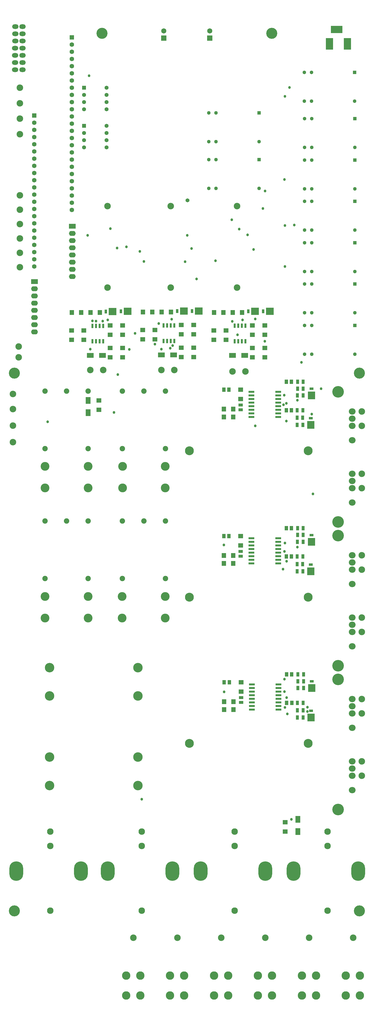
<source format=gbs>
G04*
G04 #@! TF.GenerationSoftware,Altium Limited,Altium Designer,24.4.1 (13)*
G04*
G04 Layer_Color=16711935*
%FSLAX25Y25*%
%MOIN*%
G70*
G04*
G04 #@! TF.SameCoordinates,D6D0C77B-36A0-4D54-9E24-613302BCF265*
G04*
G04*
G04 #@! TF.FilePolarity,Negative*
G04*
G01*
G75*
%ADD34R,0.09252X0.06890*%
%ADD35R,0.06894X0.06394*%
%ADD36R,0.06394X0.06894*%
%ADD37R,0.04921X0.06102*%
%ADD38R,0.03394X0.05394*%
%ADD39R,0.10827X0.10394*%
%ADD42R,0.06181X0.04213*%
%ADD45R,0.02953X0.06398*%
%ADD52C,0.07480*%
%ADD53O,0.19291X0.27165*%
%ADD54C,0.09055*%
%ADD55C,0.12394*%
%ADD56O,0.09394X0.08694*%
%ADD57C,0.16142*%
%ADD58C,0.12205*%
%ADD59R,0.16394X0.10394*%
%ADD60R,0.10394X0.16394*%
%ADD61C,0.07185*%
%ADD62R,0.07185X0.07185*%
%ADD63R,0.05118X0.05118*%
%ADD64C,0.05118*%
%ADD65R,0.05642X0.05642*%
%ADD66C,0.05642*%
%ADD67C,0.11694*%
%ADD68C,0.09094*%
%ADD69C,0.15354*%
%ADD70O,0.08994X0.06394*%
%ADD71C,0.06299*%
%ADD72R,0.06299X0.06299*%
%ADD73C,0.13194*%
%ADD74O,0.09394X0.06894*%
%ADD75R,0.09394X0.06894*%
%ADD76C,0.03794*%
%ADD77C,0.05394*%
%ADD116R,0.06890X0.09252*%
%ADD117R,0.04134X0.06102*%
%ADD118R,0.05394X0.03394*%
%ADD119R,0.10394X0.10827*%
%ADD120R,0.08071X0.02953*%
D34*
X630965Y1300763D02*
D03*
X614035D02*
D03*
X531964Y1300263D02*
D03*
X515035D02*
D03*
X729964D02*
D03*
X713035D02*
D03*
D35*
X724500Y1239500D02*
D03*
Y1252500D02*
D03*
Y1049000D02*
D03*
Y1036000D02*
D03*
X725000Y832500D02*
D03*
Y845500D02*
D03*
X489100Y1322000D02*
D03*
Y1335000D02*
D03*
X542600Y1310500D02*
D03*
Y1297500D02*
D03*
Y1329000D02*
D03*
Y1342000D02*
D03*
X560100Y1329000D02*
D03*
Y1342000D02*
D03*
Y1310500D02*
D03*
Y1297500D02*
D03*
X506100Y1335000D02*
D03*
Y1322000D02*
D03*
X588100Y1335500D02*
D03*
Y1322500D02*
D03*
X641600Y1298000D02*
D03*
Y1311000D02*
D03*
Y1342500D02*
D03*
Y1329500D02*
D03*
X658900D02*
D03*
Y1342500D02*
D03*
X659100Y1298000D02*
D03*
Y1311000D02*
D03*
X605100Y1322500D02*
D03*
Y1335500D02*
D03*
X687100Y1322000D02*
D03*
Y1335000D02*
D03*
X740600Y1310500D02*
D03*
Y1297500D02*
D03*
Y1329000D02*
D03*
Y1342000D02*
D03*
X758100Y1329000D02*
D03*
Y1342000D02*
D03*
Y1310500D02*
D03*
Y1297500D02*
D03*
X704100Y1335000D02*
D03*
Y1322000D02*
D03*
X527000Y1237500D02*
D03*
Y1224500D02*
D03*
X786500Y651000D02*
D03*
Y638000D02*
D03*
D36*
X701000Y1214500D02*
D03*
X714000D02*
D03*
Y1225500D02*
D03*
X701000D02*
D03*
X714000Y1011000D02*
D03*
X701000D02*
D03*
Y1022000D02*
D03*
X714000D02*
D03*
X701500Y807500D02*
D03*
X714500D02*
D03*
Y818500D02*
D03*
X701500D02*
D03*
X489500Y1360000D02*
D03*
X502500D02*
D03*
X515500D02*
D03*
X528500D02*
D03*
X601500Y1360500D02*
D03*
X588500D02*
D03*
X627500D02*
D03*
X614500D02*
D03*
X687500Y1360000D02*
D03*
X700500D02*
D03*
X713500D02*
D03*
X726500D02*
D03*
D37*
X701000Y1252500D02*
D03*
X708087D02*
D03*
X795000Y1263500D02*
D03*
X787913D02*
D03*
X795043Y1224000D02*
D03*
X787957D02*
D03*
X795543Y817000D02*
D03*
X788457D02*
D03*
X701500Y845500D02*
D03*
X708587D02*
D03*
X795500Y856500D02*
D03*
X788413D02*
D03*
X795000Y1060000D02*
D03*
X787913D02*
D03*
X701000Y1049000D02*
D03*
X708087D02*
D03*
X795043Y1020500D02*
D03*
X787957D02*
D03*
D38*
X755860Y1361500D02*
D03*
X557860D02*
D03*
X656860Y1362000D02*
D03*
X635998D02*
D03*
X734998Y1361500D02*
D03*
X536860Y1361240D02*
D03*
D39*
X765116Y1361500D02*
D03*
X567116D02*
D03*
X666116Y1362000D02*
D03*
X645254D02*
D03*
X744254Y1361500D02*
D03*
X546116Y1361240D02*
D03*
D42*
X724500Y1231035D02*
D03*
Y1224500D02*
D03*
X725000Y824035D02*
D03*
Y817500D02*
D03*
X724500Y1027535D02*
D03*
Y1021000D02*
D03*
D45*
X617000Y1341677D02*
D03*
X622000D02*
D03*
X627000D02*
D03*
X632000D02*
D03*
Y1320323D02*
D03*
X627000D02*
D03*
X622000D02*
D03*
X617000D02*
D03*
X716000Y1341354D02*
D03*
X721000D02*
D03*
X726000D02*
D03*
X731000D02*
D03*
Y1320000D02*
D03*
X726000D02*
D03*
X721000D02*
D03*
X716000D02*
D03*
X518000Y1341177D02*
D03*
X523000D02*
D03*
X528000D02*
D03*
X533000D02*
D03*
Y1319823D02*
D03*
X528000D02*
D03*
X523000D02*
D03*
X518000D02*
D03*
D52*
X619669Y1170500D02*
D03*
Y1250500D02*
D03*
X589669D02*
D03*
X559669D02*
D03*
Y1170500D02*
D03*
X619669Y990000D02*
D03*
Y1070000D02*
D03*
X589669D02*
D03*
X559669D02*
D03*
Y990000D02*
D03*
X512000D02*
D03*
Y1070000D02*
D03*
X482000D02*
D03*
X452000D02*
D03*
Y990000D02*
D03*
X512000Y1170500D02*
D03*
Y1250500D02*
D03*
X482000D02*
D03*
X452000D02*
D03*
Y1170500D02*
D03*
D53*
X412000Y583000D02*
D03*
X502000D02*
D03*
X668673D02*
D03*
X758673D02*
D03*
X539346D02*
D03*
X629346D02*
D03*
X888000D02*
D03*
X798000D02*
D03*
D54*
X459480Y528000D02*
D03*
Y638000D02*
D03*
Y618000D02*
D03*
X716154Y528000D02*
D03*
Y638000D02*
D03*
Y618000D02*
D03*
X586827Y528000D02*
D03*
Y638000D02*
D03*
Y618000D02*
D03*
X845480D02*
D03*
Y638000D02*
D03*
Y528000D02*
D03*
D55*
X818500Y964000D02*
D03*
X653146D02*
D03*
X818500Y1167500D02*
D03*
X653146D02*
D03*
X818500Y760500D02*
D03*
X653146D02*
D03*
D56*
X879748Y1212193D02*
D03*
Y1222193D02*
D03*
Y1182193D02*
D03*
Y1202193D02*
D03*
Y1125657D02*
D03*
Y1135658D02*
D03*
Y1095658D02*
D03*
Y1115658D02*
D03*
Y915658D02*
D03*
Y895658D02*
D03*
Y935658D02*
D03*
Y925657D02*
D03*
Y1002193D02*
D03*
Y982193D02*
D03*
Y1022193D02*
D03*
Y1012193D02*
D03*
Y812193D02*
D03*
Y822193D02*
D03*
Y782193D02*
D03*
Y802193D02*
D03*
Y725658D02*
D03*
Y735658D02*
D03*
Y695657D02*
D03*
Y715658D02*
D03*
D57*
X860000Y1068500D02*
D03*
Y1249350D02*
D03*
Y1049350D02*
D03*
Y868500D02*
D03*
Y668500D02*
D03*
Y849350D02*
D03*
D58*
X560000Y1116000D02*
D03*
Y1146000D02*
D03*
X559500Y935000D02*
D03*
Y965000D02*
D03*
X452000Y935000D02*
D03*
Y965000D02*
D03*
X512000Y935000D02*
D03*
Y965000D02*
D03*
X619500Y935000D02*
D03*
Y965000D02*
D03*
X512000Y1146000D02*
D03*
Y1116000D02*
D03*
X619500Y1146000D02*
D03*
Y1116000D02*
D03*
X452000Y1146000D02*
D03*
Y1116000D02*
D03*
D59*
X858000Y1753500D02*
D03*
D60*
X873000Y1733500D02*
D03*
X848000D02*
D03*
D61*
X617500Y1751500D02*
D03*
X681500D02*
D03*
D62*
X617500Y1741500D02*
D03*
X681500D02*
D03*
D63*
X750000Y1572500D02*
D03*
X883000Y1694000D02*
D03*
X883500Y1629500D02*
D03*
Y1399500D02*
D03*
Y1514500D02*
D03*
Y1572000D02*
D03*
Y1342000D02*
D03*
X750000Y1637500D02*
D03*
X883500Y1457000D02*
D03*
D64*
X690000Y1572500D02*
D03*
X680000D02*
D03*
Y1532500D02*
D03*
X690000D02*
D03*
X750000D02*
D03*
X823000Y1694000D02*
D03*
X813000D02*
D03*
Y1654000D02*
D03*
X823000D02*
D03*
X883000D02*
D03*
X823500Y1629500D02*
D03*
X813500D02*
D03*
Y1589500D02*
D03*
X823500D02*
D03*
X883500D02*
D03*
X823500Y1399500D02*
D03*
X813500D02*
D03*
Y1359500D02*
D03*
X823500D02*
D03*
X883500D02*
D03*
X823500Y1514500D02*
D03*
X813500D02*
D03*
Y1474500D02*
D03*
X823500D02*
D03*
X883500D02*
D03*
X823500Y1572000D02*
D03*
X813500D02*
D03*
Y1532000D02*
D03*
X823500D02*
D03*
X883500D02*
D03*
X823500Y1342000D02*
D03*
X813500D02*
D03*
Y1302000D02*
D03*
X823500D02*
D03*
X883500D02*
D03*
X690000Y1637500D02*
D03*
X680000D02*
D03*
Y1597500D02*
D03*
X690000D02*
D03*
X750000D02*
D03*
X823500Y1457000D02*
D03*
X813500D02*
D03*
Y1417000D02*
D03*
X823500D02*
D03*
X883500D02*
D03*
D65*
X506374Y1619500D02*
D03*
Y1672500D02*
D03*
D66*
Y1609500D02*
D03*
Y1599500D02*
D03*
Y1589500D02*
D03*
X537626D02*
D03*
Y1599500D02*
D03*
Y1609500D02*
D03*
Y1619500D02*
D03*
Y1672500D02*
D03*
Y1662500D02*
D03*
Y1652500D02*
D03*
Y1642500D02*
D03*
X506374D02*
D03*
Y1652500D02*
D03*
Y1662500D02*
D03*
D67*
X809652Y437500D02*
D03*
X829337D02*
D03*
X809652Y409941D02*
D03*
X829337D02*
D03*
X687326Y437500D02*
D03*
X707011D02*
D03*
X687326Y409941D02*
D03*
X707011D02*
D03*
X565000Y437500D02*
D03*
X584685D02*
D03*
X565000Y409941D02*
D03*
X584685D02*
D03*
X890500D02*
D03*
X870815D02*
D03*
X890500Y437500D02*
D03*
X870815D02*
D03*
X645848Y409941D02*
D03*
X626163D02*
D03*
X645848Y437500D02*
D03*
X626163D02*
D03*
X748489D02*
D03*
X768174D02*
D03*
X748489Y409941D02*
D03*
X768174D02*
D03*
D68*
X417000Y1423000D02*
D03*
Y1443000D02*
D03*
Y1463000D02*
D03*
Y1483000D02*
D03*
Y1503000D02*
D03*
Y1523000D02*
D03*
X415500Y1297500D02*
D03*
Y1312500D02*
D03*
X893000Y1022193D02*
D03*
Y1002193D02*
D03*
Y735657D02*
D03*
Y915657D02*
D03*
Y715657D02*
D03*
Y802193D02*
D03*
Y935657D02*
D03*
Y822193D02*
D03*
Y1135657D02*
D03*
Y1222193D02*
D03*
Y1202193D02*
D03*
Y1115657D02*
D03*
X417036Y1608000D02*
D03*
X626976Y1394500D02*
D03*
X417036Y1672500D02*
D03*
X880999Y490189D02*
D03*
X417036Y1651000D02*
D03*
Y1629500D02*
D03*
X614035Y1280000D02*
D03*
X713035Y1278000D02*
D03*
X515035Y1280000D02*
D03*
X626976Y1508000D02*
D03*
X538976Y1508000D02*
D03*
Y1394500D02*
D03*
X719476Y1508000D02*
D03*
Y1394500D02*
D03*
X632000Y1280000D02*
D03*
X533000D02*
D03*
X819836Y490189D02*
D03*
X758673D02*
D03*
X575184D02*
D03*
X697510D02*
D03*
X636347D02*
D03*
X730965Y1278000D02*
D03*
X407500Y1179500D02*
D03*
Y1202500D02*
D03*
Y1225500D02*
D03*
Y1246500D02*
D03*
D69*
X409449Y527559D02*
D03*
X889764D02*
D03*
X409449Y1275591D02*
D03*
X767717Y1748031D02*
D03*
X531496D02*
D03*
X889764Y1275591D02*
D03*
D70*
X410500Y1697500D02*
D03*
X420650Y1697450D02*
D03*
Y1727450D02*
D03*
Y1717450D02*
D03*
X410500Y1707500D02*
D03*
X420650Y1707450D02*
D03*
Y1757450D02*
D03*
X420800Y1747400D02*
D03*
X410500Y1727500D02*
D03*
X410700Y1737600D02*
D03*
Y1747500D02*
D03*
Y1757500D02*
D03*
X410500Y1717500D02*
D03*
X420650Y1737450D02*
D03*
D71*
X437000Y1424000D02*
D03*
Y1434000D02*
D03*
Y1444000D02*
D03*
Y1454000D02*
D03*
Y1464000D02*
D03*
Y1474000D02*
D03*
Y1484000D02*
D03*
Y1494000D02*
D03*
Y1504000D02*
D03*
Y1514000D02*
D03*
Y1524000D02*
D03*
Y1534000D02*
D03*
Y1544000D02*
D03*
Y1554000D02*
D03*
Y1564000D02*
D03*
Y1574000D02*
D03*
Y1584000D02*
D03*
Y1594000D02*
D03*
Y1604000D02*
D03*
Y1614000D02*
D03*
Y1624000D02*
D03*
X489500Y1732500D02*
D03*
Y1722500D02*
D03*
Y1712500D02*
D03*
Y1702500D02*
D03*
Y1692500D02*
D03*
Y1682500D02*
D03*
Y1672500D02*
D03*
Y1662500D02*
D03*
Y1652500D02*
D03*
Y1642500D02*
D03*
Y1632500D02*
D03*
Y1622500D02*
D03*
Y1612500D02*
D03*
Y1602500D02*
D03*
Y1592500D02*
D03*
Y1582500D02*
D03*
Y1572500D02*
D03*
Y1562500D02*
D03*
Y1552500D02*
D03*
Y1542500D02*
D03*
Y1532500D02*
D03*
Y1522500D02*
D03*
Y1512500D02*
D03*
Y1502500D02*
D03*
D72*
X437000Y1634000D02*
D03*
X489500Y1742500D02*
D03*
D73*
X458500Y741400D02*
D03*
Y702000D02*
D03*
Y865900D02*
D03*
Y826500D02*
D03*
X581500D02*
D03*
Y865900D02*
D03*
Y702000D02*
D03*
Y741400D02*
D03*
D74*
X490000Y1410000D02*
D03*
Y1430000D02*
D03*
Y1450000D02*
D03*
Y1460000D02*
D03*
Y1470000D02*
D03*
Y1440000D02*
D03*
Y1420000D02*
D03*
X437500Y1343000D02*
D03*
Y1363000D02*
D03*
Y1393000D02*
D03*
Y1383000D02*
D03*
Y1373000D02*
D03*
Y1353000D02*
D03*
Y1333000D02*
D03*
D75*
X490000Y1480000D02*
D03*
X437500Y1403000D02*
D03*
D76*
X701200Y1036500D02*
D03*
X809000Y1290500D02*
D03*
X825000Y1107500D02*
D03*
X817500Y811000D02*
D03*
Y805000D02*
D03*
X758500Y1529000D02*
D03*
X742500Y1447500D02*
D03*
X663000Y1406500D02*
D03*
X584000Y1445000D02*
D03*
X543000Y1476500D02*
D03*
X532300Y1347975D02*
D03*
X539500Y1349500D02*
D03*
X518000Y1348149D02*
D03*
X522997Y1347997D02*
D03*
X788000Y1233500D02*
D03*
X784000Y1231500D02*
D03*
X783500Y1003000D02*
D03*
X553500Y1273500D02*
D03*
X788000Y1209000D02*
D03*
X789500Y801500D02*
D03*
X786000Y1039200D02*
D03*
X788500Y1014000D02*
D03*
X785000Y1245000D02*
D03*
X734000Y1468000D02*
D03*
X614000Y1309000D02*
D03*
X626305Y1310200D02*
D03*
X629579Y1314000D02*
D03*
X569500Y1308500D02*
D03*
X712000Y1489000D02*
D03*
X565378Y1451122D02*
D03*
X823500Y1218500D02*
D03*
X515000Y1309000D02*
D03*
X647000Y1430500D02*
D03*
X785500Y1545000D02*
D03*
X628500Y1350500D02*
D03*
X548000Y1221000D02*
D03*
X786000Y1481000D02*
D03*
X744700Y1202300D02*
D03*
X758100Y1319750D02*
D03*
X610500Y1344500D02*
D03*
X727200Y1349500D02*
D03*
X605000Y1316000D02*
D03*
X799000Y1481500D02*
D03*
X803500Y1238000D02*
D03*
X788225Y824224D02*
D03*
X786071Y810500D02*
D03*
X803500Y1033500D02*
D03*
X785500Y1027500D02*
D03*
X786000Y1660500D02*
D03*
Y1424000D02*
D03*
X689500Y1432000D02*
D03*
X513400Y1689300D02*
D03*
X701500Y832125D02*
D03*
X795000Y655000D02*
D03*
X785300Y832500D02*
D03*
Y849900D02*
D03*
X655956Y1449000D02*
D03*
X511300Y1467300D02*
D03*
X650000D02*
D03*
X722500Y1476000D02*
D03*
X586800Y683000D02*
D03*
X577300Y1331000D02*
D03*
X755500Y1504600D02*
D03*
X744700Y1351000D02*
D03*
X720100Y1328700D02*
D03*
X589600Y1431000D02*
D03*
X455700Y1207800D02*
D03*
X712800Y1347400D02*
D03*
X552400Y1449600D02*
D03*
X836344Y1253756D02*
D03*
X792500Y1673000D02*
D03*
D77*
X650500Y1516000D02*
D03*
D116*
X512000Y1220571D02*
D03*
Y1237500D02*
D03*
X804000Y638000D02*
D03*
Y654929D02*
D03*
D117*
X803563Y1254000D02*
D03*
X811437D02*
D03*
X803500Y1244500D02*
D03*
X811374D02*
D03*
X802937Y1213500D02*
D03*
X810811D02*
D03*
X803000Y1203500D02*
D03*
X810874D02*
D03*
Y1224000D02*
D03*
X803000D02*
D03*
X811437Y1263500D02*
D03*
X803563D02*
D03*
X811374Y817000D02*
D03*
X803500D02*
D03*
X803437Y806500D02*
D03*
X811311D02*
D03*
X811937Y856500D02*
D03*
X804063D02*
D03*
X803500Y1041000D02*
D03*
X811374D02*
D03*
X803500Y796500D02*
D03*
X811374D02*
D03*
X804063Y847000D02*
D03*
X811937D02*
D03*
X804000Y837500D02*
D03*
X811874D02*
D03*
X803000Y1000000D02*
D03*
X810874D02*
D03*
X803563Y1050500D02*
D03*
X811437D02*
D03*
Y1060000D02*
D03*
X803563D02*
D03*
X802937Y1010000D02*
D03*
X810811D02*
D03*
X810874Y1020500D02*
D03*
X803000D02*
D03*
D118*
X823000Y1253756D02*
D03*
X822000Y1212756D02*
D03*
X823500Y846756D02*
D03*
X823000Y1050256D02*
D03*
X822500Y805756D02*
D03*
X822000Y1009256D02*
D03*
D119*
X823000Y1244500D02*
D03*
X822000Y1203500D02*
D03*
X823500Y837500D02*
D03*
X823000Y1041000D02*
D03*
X822500Y796500D02*
D03*
X822000Y1000000D02*
D03*
D120*
X776602Y1011000D02*
D03*
Y1016000D02*
D03*
Y1021000D02*
D03*
Y1026000D02*
D03*
Y1031000D02*
D03*
Y1036000D02*
D03*
Y1041000D02*
D03*
Y1046000D02*
D03*
X739398D02*
D03*
Y1041000D02*
D03*
Y1036000D02*
D03*
Y1031000D02*
D03*
Y1026000D02*
D03*
Y1021000D02*
D03*
Y1016000D02*
D03*
Y1011000D02*
D03*
X777102Y807500D02*
D03*
Y812500D02*
D03*
Y817500D02*
D03*
Y822500D02*
D03*
Y827500D02*
D03*
Y832500D02*
D03*
Y837500D02*
D03*
Y842500D02*
D03*
X739898D02*
D03*
Y837500D02*
D03*
Y832500D02*
D03*
Y827500D02*
D03*
Y822500D02*
D03*
Y817500D02*
D03*
Y812500D02*
D03*
Y807500D02*
D03*
X776602Y1214500D02*
D03*
Y1219500D02*
D03*
Y1224500D02*
D03*
Y1229500D02*
D03*
Y1234500D02*
D03*
Y1239500D02*
D03*
Y1244500D02*
D03*
Y1249500D02*
D03*
X739398D02*
D03*
Y1244500D02*
D03*
Y1239500D02*
D03*
Y1234500D02*
D03*
Y1229500D02*
D03*
Y1224500D02*
D03*
Y1219500D02*
D03*
Y1214500D02*
D03*
M02*

</source>
